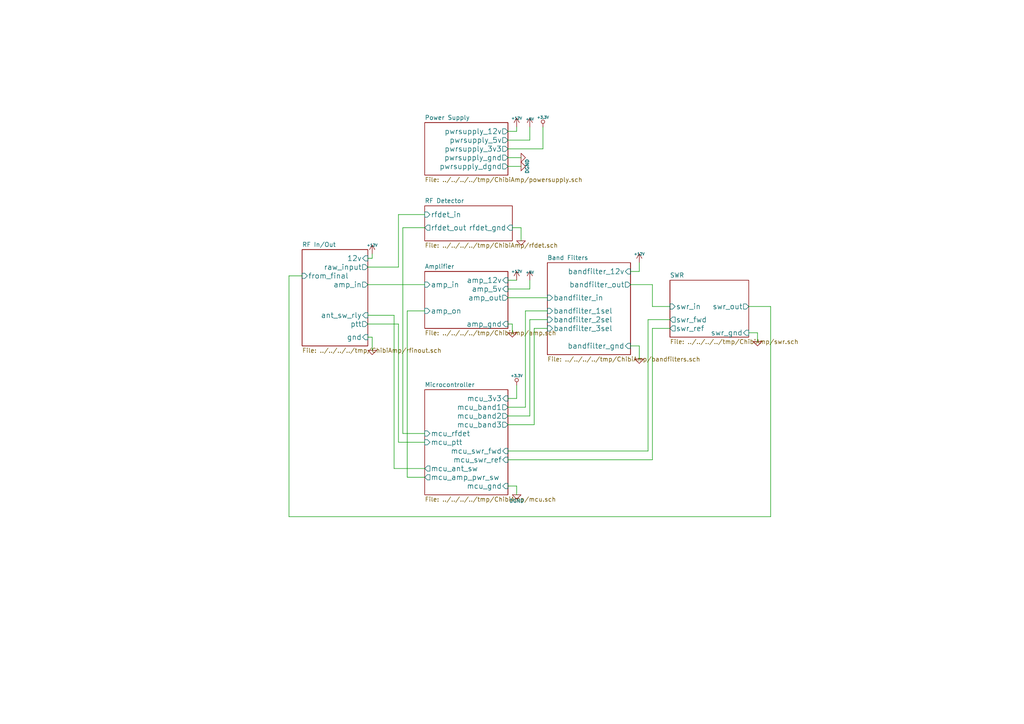
<source format=kicad_sch>
(kicad_sch (version 20230121) (generator eeschema)
  (paper "A4")
  (title_block (title "ChibiOS 10W HF Amp") (date "04 Jul 2015") (rev "1.1") (company "NU9J - Dr. Philip G. Lee") (comment 1 "v1.0 (www.tapr.org/OHL)") (comment 2 "Licensed under the TAPR Open Hardware License") (comment 3 "Copyright 2015, Philip G. Lee"))
  (lib_symbols
    (symbol "qrpamp-rescue:+12V" (power) (pin_names (offset 0))
      (property "Value" "+12V" (at 0 3.556 0))
      (symbol "+12V_0_1"
        (polyline (pts (xy -0.762 1.27) (xy 0 2.54)))
        (polyline (pts (xy 0 0) (xy 0 2.54)))
        (polyline (pts (xy 0 2.54) (xy 0.762 1.27)))
      )
      (symbol "+12V_1_1"
        (pin power_in line (at 0 0 90) (length 0) hide (name "+12V") (number "1"))
      )
    )
    (symbol "qrpamp-rescue:+3.3V-RESCUE-qrpamp" (power) (pin_names (offset 0))
      (property "Value" "+3.3V-RESCUE-qrpamp" (at 0 2.794 0))
      (symbol "+3.3V-RESCUE-qrpamp_0_0"
        (pin power_in line (at 0 0 90) (length 0) hide (name "+3.3V") (number "1"))
      )
      (symbol "+3.3V-RESCUE-qrpamp_0_1"
        (polyline (pts (xy 0 0) (xy 0 1.016) (xy 0 1.016)))
        (circle (center 0 1.524) (radius 0.508))
      )
    )
    (symbol "qrpamp-rescue:+5V" (power) (pin_names (offset 0))
      (property "Value" "+5V" (at 0 3.556 0))
      (symbol "+5V_0_1"
        (polyline (pts (xy -0.762 1.27) (xy 0 2.54)))
        (polyline (pts (xy 0 0) (xy 0 2.54)))
        (polyline (pts (xy 0 2.54) (xy 0.762 1.27)))
      )
      (symbol "+5V_1_1"
        (pin power_in line (at 0 0 90) (length 0) hide (name "+5V") (number "1"))
      )
    )
    (symbol "qrpamp-rescue:DGND" (power) (pin_names (offset 1.016))
      (property "Value" "DGND" (at 0 -1.778 0))
      (symbol "DGND_0_1"
        (polyline (pts (xy -1.27 0) (xy 0 -1.27) (xy 1.27 0) (xy -1.27 0)))
      )
      (symbol "DGND_1_1"
        (pin power_in line (at 0 0 90) (length 0) hide (name "DGND") (number "1"))
      )
    )
    (symbol "qrpamp-rescue:GND-RESCUE-qrpamp" (power) (pin_names (offset 0))
      (symbol "GND-RESCUE-qrpamp_0_1"
        (polyline (pts (xy -1.27 0) (xy 0 -1.27) (xy 1.27 0) (xy -1.27 0)))
      )
      (symbol "GND-RESCUE-qrpamp_1_1"
        (pin power_in line (at 0 0 90) (length 0) hide (name "GND") (number "1"))
      )
    )
  )
  (wire (pts (xy 189.23 88.9) (xy 194.31 88.9)))
  (wire (pts (xy 123.19 138.43) (xy 118.11 138.43)))
  (wire (pts (xy 115.57 77.47) (xy 115.57 62.23)))
  (wire (pts (xy 147.32 45.72) (xy 151.13 45.72)))
  (wire (pts (xy 106.68 97.79) (xy 107.95 97.79)))
  (wire (pts (xy 158.75 90.17) (xy 152.4 90.17)))
  (wire (pts (xy 187.96 130.81) (xy 147.32 130.81)))
  (wire (pts (xy 115.57 93.98) (xy 106.68 93.98)))
  (wire (pts (xy 157.48 43.18) (xy 147.32 43.18)))
  (wire (pts (xy 189.23 133.35) (xy 147.32 133.35)))
  (wire (pts (xy 194.31 95.25) (xy 189.23 95.25)))
  (wire (pts (xy 219.71 96.52) (xy 219.71 99.06)))
  (wire (pts (xy 194.31 92.71) (xy 187.96 92.71)))
  (wire (pts (xy 106.68 77.47) (xy 115.57 77.47)))
  (wire (pts (xy 118.11 138.43) (xy 118.11 90.17)))
  (wire (pts (xy 149.86 36.83) (xy 149.86 38.1)))
  (wire (pts (xy 157.48 36.83) (xy 157.48 43.18)))
  (wire (pts (xy 153.67 83.82) (xy 153.67 81.28)))
  (wire (pts (xy 147.32 48.26) (xy 151.13 48.26)))
  (wire (pts (xy 223.52 149.86) (xy 83.82 149.86)))
  (wire (pts (xy 149.86 115.57) (xy 149.86 111.76)))
  (wire (pts (xy 154.94 95.25) (xy 154.94 123.19)))
  (wire (pts (xy 116.84 66.04) (xy 116.84 125.73)))
  (wire (pts (xy 153.67 40.64) (xy 147.32 40.64)))
  (wire (pts (xy 123.19 66.04) (xy 116.84 66.04)))
  (wire (pts (xy 147.32 83.82) (xy 153.67 83.82)))
  (wire (pts (xy 189.23 82.55) (xy 189.23 88.9)))
  (wire (pts (xy 182.88 78.74) (xy 185.42 78.74)))
  (wire (pts (xy 185.42 78.74) (xy 185.42 76.2)))
  (wire (pts (xy 147.32 86.36) (xy 158.75 86.36)))
  (wire (pts (xy 148.59 66.04) (xy 151.13 66.04)))
  (wire (pts (xy 147.32 115.57) (xy 149.86 115.57)))
  (wire (pts (xy 148.59 93.98) (xy 148.59 96.52)))
  (wire (pts (xy 83.82 149.86) (xy 83.82 80.01)))
  (wire (pts (xy 106.68 82.55) (xy 123.19 82.55)))
  (wire (pts (xy 158.75 95.25) (xy 154.94 95.25)))
  (wire (pts (xy 107.95 97.79) (xy 107.95 101.6)))
  (wire (pts (xy 147.32 120.65) (xy 153.67 120.65)))
  (wire (pts (xy 187.96 92.71) (xy 187.96 130.81)))
  (wire (pts (xy 185.42 100.33) (xy 185.42 104.14)))
  (wire (pts (xy 114.3 135.89) (xy 114.3 91.44)))
  (wire (pts (xy 115.57 62.23) (xy 123.19 62.23)))
  (wire (pts (xy 83.82 80.01) (xy 87.63 80.01)))
  (wire (pts (xy 153.67 120.65) (xy 153.67 92.71)))
  (wire (pts (xy 182.88 82.55) (xy 189.23 82.55)))
  (wire (pts (xy 147.32 93.98) (xy 148.59 93.98)))
  (wire (pts (xy 189.23 95.25) (xy 189.23 133.35)))
  (wire (pts (xy 153.67 36.83) (xy 153.67 40.64)))
  (wire (pts (xy 114.3 91.44) (xy 106.68 91.44)))
  (wire (pts (xy 152.4 118.11) (xy 147.32 118.11)))
  (wire (pts (xy 115.57 128.27) (xy 115.57 93.98)))
  (wire (pts (xy 154.94 123.19) (xy 147.32 123.19)))
  (wire (pts (xy 116.84 125.73) (xy 123.19 125.73)))
  (wire (pts (xy 147.32 140.97) (xy 149.86 140.97)))
  (wire (pts (xy 107.95 74.93) (xy 107.95 73.66)))
  (wire (pts (xy 182.88 100.33) (xy 185.42 100.33)))
  (wire (pts (xy 153.67 92.71) (xy 158.75 92.71)))
  (wire (pts (xy 149.86 140.97) (xy 149.86 143.51)))
  (wire (pts (xy 217.17 96.52) (xy 219.71 96.52)))
  (wire (pts (xy 123.19 128.27) (xy 115.57 128.27)))
  (wire (pts (xy 223.52 88.9) (xy 223.52 149.86)))
  (wire (pts (xy 106.68 74.93) (xy 107.95 74.93)))
  (wire (pts (xy 217.17 88.9) (xy 223.52 88.9)))
  (wire (pts (xy 152.4 90.17) (xy 152.4 118.11)))
  (wire (pts (xy 151.13 66.04) (xy 151.13 69.85)))
  (wire (pts (xy 123.19 135.89) (xy 114.3 135.89)))
  (wire (pts (xy 147.32 81.28) (xy 149.86 81.28)))
  (wire (pts (xy 118.11 90.17) (xy 123.19 90.17)))
  (wire (pts (xy 149.86 38.1) (xy 147.32 38.1)))
  (symbol (lib_id "qrpamp-rescue:GND-RESCUE-qrpamp") (at 151.13 45.72 90) (unit 1)
    (property "Reference" "#PWR01" (effects hide))
    (property "Value" "GND" (effects hide))
  )
  (symbol (lib_id "qrpamp-rescue:+12V") (at 149.86 36.83 0) (unit 1)
    (property "Reference" "#PWR02" (effects hide))
    (property "Value" "+12V" (at 149.86 34.29 0) (effects (font (size 0.762 0.762))))
  )
  (symbol (lib_id "qrpamp-rescue:+5V") (at 153.67 36.83 0) (unit 1)
    (property "Reference" "#PWR03" (effects hide))
    (property "Value" "+5V" (at 153.67 34.544 0) (effects (font (size 0.762 0.762))))
  )
  (symbol (lib_id "qrpamp-rescue:+3.3V-RESCUE-qrpamp") (at 157.48 36.83 0) (unit 1)
    (property "Reference" "#PWR04" (effects hide))
    (property "Value" "+3.3V" (at 157.48 34.036 0) (effects (font (size 0.762 0.762))))
  )
  (symbol (lib_id "qrpamp-rescue:+12V") (at 149.86 81.28 0) (unit 1)
    (property "Reference" "#PWR05" (effects hide))
    (property "Value" "+12V" (at 149.86 78.74 0) (effects (font (size 0.762 0.762))))
  )
  (symbol (lib_id "qrpamp-rescue:+5V") (at 153.67 81.28 0) (unit 1)
    (property "Reference" "#PWR06" (effects hide))
    (property "Value" "+5V" (at 153.67 78.994 0) (effects (font (size 0.762 0.762))))
  )
  (symbol (lib_id "qrpamp-rescue:GND-RESCUE-qrpamp") (at 148.59 96.52 0) (unit 1)
    (property "Reference" "#PWR07" (effects hide))
    (property "Value" "GND" (effects hide))
  )
  (symbol (lib_id "qrpamp-rescue:GND-RESCUE-qrpamp") (at 185.42 104.14 0) (unit 1)
    (property "Reference" "#PWR08" (effects hide))
    (property "Value" "GND" (effects hide))
  )
  (symbol (lib_id "qrpamp-rescue:+12V") (at 185.42 76.2 0) (unit 1)
    (property "Reference" "#PWR09" (effects hide))
    (property "Value" "+12V" (at 185.42 73.66 0) (effects (font (size 0.762 0.762))))
  )
  (symbol (lib_id "qrpamp-rescue:GND-RESCUE-qrpamp") (at 219.71 99.06 0) (unit 1)
    (property "Reference" "#PWR010" (effects hide))
    (property "Value" "GND" (effects hide))
  )
  (symbol (lib_id "qrpamp-rescue:+3.3V-RESCUE-qrpamp") (at 149.86 111.76 0) (unit 1)
    (property "Reference" "#PWR011" (effects hide))
    (property "Value" "+3.3V" (at 149.86 108.966 0) (effects (font (size 0.762 0.762))))
  )
  (symbol (lib_id "qrpamp-rescue:+12V") (at 107.95 73.66 0) (unit 1)
    (property "Reference" "#PWR012" (effects hide))
    (property "Value" "+12V" (at 107.95 71.12 0) (effects (font (size 0.762 0.762))))
  )
  (symbol (lib_id "qrpamp-rescue:GND-RESCUE-qrpamp") (at 107.95 101.6 0) (unit 1)
    (property "Reference" "#PWR013" (effects hide))
    (property "Value" "GND" (effects hide))
  )
  (symbol (lib_id "qrpamp-rescue:GND-RESCUE-qrpamp") (at 151.13 69.85 0) (unit 1)
    (property "Reference" "#PWR014" (effects hide))
    (property "Value" "GND" (effects hide))
  )
  (symbol (lib_id "qrpamp-rescue:DGND") (at 151.13 48.26 90) (unit 1)
    (property "Reference" "#PWR015" (effects hide))
    (property "Value" "DGND" (at 152.908 48.26 0) (effects (font (size 1.016 1.016))))
  )
  (symbol (lib_id "qrpamp-rescue:DGND") (at 149.86 143.51 0) (unit 1)
    (property "Reference" "#PWR016" (effects hide))
    (property "Value" "DGND" (at 149.86 145.288 0) (effects (font (size 1.016 1.016))))
  )
  (sheet (at 123.19 59.69) (size 25.4 10.16)
    (property "Sheetname" "RF Detector" (at 123.19 58.9784 0) (effects (justify left bottom)))
    (property "Sheetfile" "../../../../tmp/ChibiAmp/rfdet.sch" (at 123.19 70.4346 0) (effects (justify left top)))
    (pin "rfdet_out" output (at 123.19 66.04 180) (effects (font (size 1.524 1.524))))
    (pin "rfdet_in" input (at 123.19 62.23 180) (effects (font (size 1.524 1.524))))
    (pin "rfdet_gnd" input (at 148.59 66.04 0) (effects (font (size 1.524 1.524))))
  )
  (sheet (at 123.19 35.56) (size 24.13 15.24)
    (property "Sheetname" "Power Supply" (at 123.19 34.8484 0) (effects (justify left bottom)))
    (property "Sheetfile" "../../../../tmp/ChibiAmp/powersupply.sch" (at 123.19 51.3846 0) (effects (justify left top)))
    (pin "pwrsupply_12v" output (at 147.32 38.1 0) (effects (font (size 1.524 1.524))))
    (pin "pwrsupply_5v" output (at 147.32 40.64 0) (effects (font (size 1.524 1.524))))
    (pin "pwrsupply_3v3" output (at 147.32 43.18 0) (effects (font (size 1.524 1.524))))
    (pin "pwrsupply_gnd" output (at 147.32 45.72 0) (effects (font (size 1.524 1.524))))
    (pin "pwrsupply_dgnd" output (at 147.32 48.26 0) (effects (font (size 1.524 1.524))))
  )
  (sheet (at 123.19 78.74) (size 24.13 16.51)
    (property "Sheetname" "Amplifier" (at 123.19 78.0284 0) (effects (justify left bottom)))
    (property "Sheetfile" "../../../../tmp/ChibiAmp/amp.sch" (at 123.19 95.8346 0) (effects (justify left top)))
    (pin "amp_in" input (at 123.19 82.55 180) (effects (font (size 1.524 1.524))))
    (pin "amp_out" output (at 147.32 86.36 0) (effects (font (size 1.524 1.524))))
    (pin "amp_on" input (at 123.19 90.17 180) (effects (font (size 1.524 1.524))))
    (pin "amp_gnd" input (at 147.32 93.98 0) (effects (font (size 1.524 1.524))))
    (pin "amp_5v" input (at 147.32 83.82 0) (effects (font (size 1.524 1.524))))
    (pin "amp_12v" input (at 147.32 81.28 0) (effects (font (size 1.524 1.524))))
  )
  (sheet (at 158.75 76.2) (size 24.13 26.67)
    (property "Sheetname" "Band Filters" (at 158.75 75.4884 0) (effects (justify left bottom)))
    (property "Sheetfile" "../../../../tmp/ChibiAmp/bandfilters.sch" (at 158.75 103.4546 0) (effects (justify left top)))
    (pin "bandfilter_in" input (at 158.75 86.36 180) (effects (font (size 1.524 1.524))))
    (pin "bandfilter_out" output (at 182.88 82.55 0) (effects (font (size 1.524 1.524))))
    (pin "bandfilter_12v" input (at 182.88 78.74 0) (effects (font (size 1.524 1.524))))
    (pin "bandfilter_gnd" input (at 182.88 100.33 0) (effects (font (size 1.524 1.524))))
    (pin "bandfilter_3sel" input (at 158.75 95.25 180) (effects (font (size 1.524 1.524))))
    (pin "bandfilter_2sel" input (at 158.75 92.71 180) (effects (font (size 1.524 1.524))))
    (pin "bandfilter_1sel" input (at 158.75 90.17 180) (effects (font (size 1.524 1.524))))
  )
  (sheet (at 194.31 81.28) (size 22.86 16.51)
    (property "Sheetname" "SWR" (at 194.31 80.5684 0) (effects (justify left bottom)))
    (property "Sheetfile" "../../../../tmp/ChibiAmp/swr.sch" (at 194.31 98.3746 0) (effects (justify left top)))
    (pin "swr_out" output (at 217.17 88.9 0) (effects (font (size 1.524 1.524))))
    (pin "swr_in" input (at 194.31 88.9 180) (effects (font (size 1.524 1.524))))
    (pin "swr_gnd" input (at 217.17 96.52 0) (effects (font (size 1.524 1.524))))
    (pin "swr_ref" output (at 194.31 95.25 180) (effects (font (size 1.524 1.524))))
    (pin "swr_fwd" output (at 194.31 92.71 180) (effects (font (size 1.524 1.524))))
  )
  (sheet (at 123.19 113.03) (size 24.13 30.48)
    (property "Sheetname" "Microcontroller" (at 123.19 112.3184 0) (effects (justify left bottom)))
    (property "Sheetfile" "../../../../tmp/ChibiAmp/mcu.sch" (at 123.19 144.0946 0) (effects (justify left top)))
    (pin "mcu_3v3" input (at 147.32 115.57 0) (effects (font (size 1.524 1.524))))
    (pin "mcu_gnd" input (at 147.32 140.97 0) (effects (font (size 1.524 1.524))))
    (pin "mcu_band1" output (at 147.32 118.11 0) (effects (font (size 1.524 1.524))))
    (pin "mcu_band2" output (at 147.32 120.65 0) (effects (font (size 1.524 1.524))))
    (pin "mcu_band3" output (at 147.32 123.19 0) (effects (font (size 1.524 1.524))))
    (pin "mcu_rfdet" input (at 123.19 125.73 180) (effects (font (size 1.524 1.524))))
    (pin "mcu_ptt" input (at 123.19 128.27 180) (effects (font (size 1.524 1.524))))
    (pin "mcu_swr_fwd" input (at 147.32 130.81 0) (effects (font (size 1.524 1.524))))
    (pin "mcu_swr_ref" input (at 147.32 133.35 0) (effects (font (size 1.524 1.524))))
    (pin "mcu_ant_sw" output (at 123.19 135.89 180) (effects (font (size 1.524 1.524))))
    (pin "mcu_amp_pwr_sw" output (at 123.19 138.43 180) (effects (font (size 1.524 1.524))))
  )
  (sheet (at 87.63 72.39) (size 19.05 27.94)
    (property "Sheetname" "RF In/Out" (at 87.63 71.6784 0) (effects (justify left bottom)))
    (property "Sheetfile" "../../../../tmp/ChibiAmp/rfinout.sch" (at 87.63 100.9146 0) (effects (justify left top)))
    (pin "ant_sw_rly" input (at 106.68 91.44 0) (effects (font (size 1.524 1.524))))
    (pin "amp_in" output (at 106.68 82.55 0) (effects (font (size 1.524 1.524))))
    (pin "12v" input (at 106.68 74.93 0) (effects (font (size 1.524 1.524))))
    (pin "gnd" input (at 106.68 97.79 0) (effects (font (size 1.524 1.524))))
    (pin "from_final" input (at 87.63 80.01 180) (effects (font (size 1.524 1.524))))
    (pin "raw_input" output (at 106.68 77.47 0) (effects (font (size 1.524 1.524))))
    (pin "ptt" output (at 106.68 93.98 0) (effects (font (size 1.524 1.524))))
  )
)
</source>
